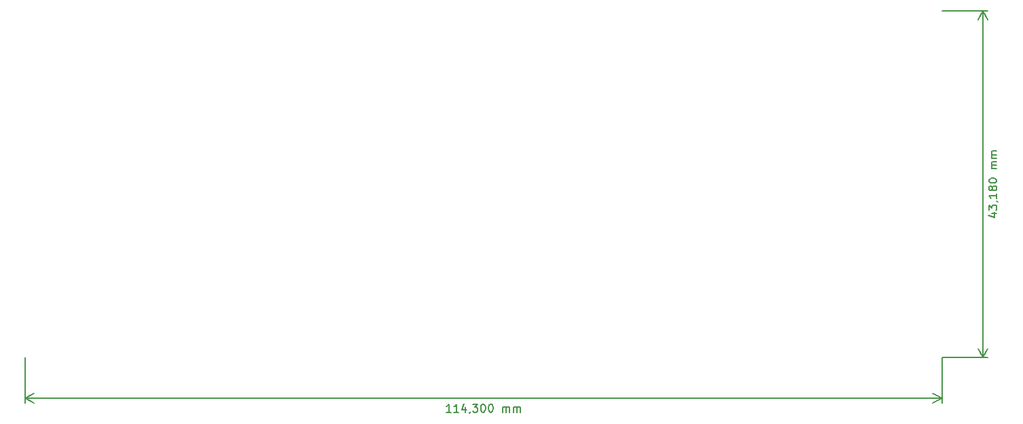
<source format=gbr>
G04 #@! TF.GenerationSoftware,KiCad,Pcbnew,5.1.4-3.fc30*
G04 #@! TF.CreationDate,2019-10-05T18:17:09+02:00*
G04 #@! TF.ProjectId,high_power_sym_supply,68696768-5f70-46f7-9765-725f73796d5f,1.0*
G04 #@! TF.SameCoordinates,Original*
G04 #@! TF.FileFunction,Drawing*
%FSLAX46Y46*%
G04 Gerber Fmt 4.6, Leading zero omitted, Abs format (unit mm)*
G04 Created by KiCad (PCBNEW 5.1.4-3.fc30) date 2019-10-05 18:17:09*
%MOMM*%
%LPD*%
G04 APERTURE LIST*
%ADD10C,0.150000*%
G04 APERTURE END LIST*
D10*
X194125714Y-93836666D02*
X194792380Y-93836666D01*
X193744761Y-94074761D02*
X194459047Y-94312857D01*
X194459047Y-93693809D01*
X193792380Y-93408095D02*
X193792380Y-92789047D01*
X194173333Y-93122380D01*
X194173333Y-92979523D01*
X194220952Y-92884285D01*
X194268571Y-92836666D01*
X194363809Y-92789047D01*
X194601904Y-92789047D01*
X194697142Y-92836666D01*
X194744761Y-92884285D01*
X194792380Y-92979523D01*
X194792380Y-93265238D01*
X194744761Y-93360476D01*
X194697142Y-93408095D01*
X194744761Y-92312857D02*
X194792380Y-92312857D01*
X194887619Y-92360476D01*
X194935238Y-92408095D01*
X194792380Y-91360476D02*
X194792380Y-91931904D01*
X194792380Y-91646190D02*
X193792380Y-91646190D01*
X193935238Y-91741428D01*
X194030476Y-91836666D01*
X194078095Y-91931904D01*
X194220952Y-90789047D02*
X194173333Y-90884285D01*
X194125714Y-90931904D01*
X194030476Y-90979523D01*
X193982857Y-90979523D01*
X193887619Y-90931904D01*
X193840000Y-90884285D01*
X193792380Y-90789047D01*
X193792380Y-90598571D01*
X193840000Y-90503333D01*
X193887619Y-90455714D01*
X193982857Y-90408095D01*
X194030476Y-90408095D01*
X194125714Y-90455714D01*
X194173333Y-90503333D01*
X194220952Y-90598571D01*
X194220952Y-90789047D01*
X194268571Y-90884285D01*
X194316190Y-90931904D01*
X194411428Y-90979523D01*
X194601904Y-90979523D01*
X194697142Y-90931904D01*
X194744761Y-90884285D01*
X194792380Y-90789047D01*
X194792380Y-90598571D01*
X194744761Y-90503333D01*
X194697142Y-90455714D01*
X194601904Y-90408095D01*
X194411428Y-90408095D01*
X194316190Y-90455714D01*
X194268571Y-90503333D01*
X194220952Y-90598571D01*
X193792380Y-89789047D02*
X193792380Y-89693809D01*
X193840000Y-89598571D01*
X193887619Y-89550952D01*
X193982857Y-89503333D01*
X194173333Y-89455714D01*
X194411428Y-89455714D01*
X194601904Y-89503333D01*
X194697142Y-89550952D01*
X194744761Y-89598571D01*
X194792380Y-89693809D01*
X194792380Y-89789047D01*
X194744761Y-89884285D01*
X194697142Y-89931904D01*
X194601904Y-89979523D01*
X194411428Y-90027142D01*
X194173333Y-90027142D01*
X193982857Y-89979523D01*
X193887619Y-89931904D01*
X193840000Y-89884285D01*
X193792380Y-89789047D01*
X194792380Y-88265238D02*
X194125714Y-88265238D01*
X194220952Y-88265238D02*
X194173333Y-88217619D01*
X194125714Y-88122380D01*
X194125714Y-87979523D01*
X194173333Y-87884285D01*
X194268571Y-87836666D01*
X194792380Y-87836666D01*
X194268571Y-87836666D02*
X194173333Y-87789047D01*
X194125714Y-87693809D01*
X194125714Y-87550952D01*
X194173333Y-87455714D01*
X194268571Y-87408095D01*
X194792380Y-87408095D01*
X194792380Y-86931904D02*
X194125714Y-86931904D01*
X194220952Y-86931904D02*
X194173333Y-86884285D01*
X194125714Y-86789047D01*
X194125714Y-86646190D01*
X194173333Y-86550952D01*
X194268571Y-86503333D01*
X194792380Y-86503333D01*
X194268571Y-86503333D02*
X194173333Y-86455714D01*
X194125714Y-86360476D01*
X194125714Y-86217619D01*
X194173333Y-86122380D01*
X194268571Y-86074761D01*
X194792380Y-86074761D01*
X193040000Y-111760000D02*
X193040000Y-68580000D01*
X187960000Y-111760000D02*
X193626421Y-111760000D01*
X187960000Y-68580000D02*
X193626421Y-68580000D01*
X193040000Y-68580000D02*
X193626421Y-69706504D01*
X193040000Y-68580000D02*
X192453579Y-69706504D01*
X193040000Y-111760000D02*
X193626421Y-110633496D01*
X193040000Y-111760000D02*
X192453579Y-110633496D01*
X126762380Y-118592380D02*
X126190952Y-118592380D01*
X126476666Y-118592380D02*
X126476666Y-117592380D01*
X126381428Y-117735238D01*
X126286190Y-117830476D01*
X126190952Y-117878095D01*
X127714761Y-118592380D02*
X127143333Y-118592380D01*
X127429047Y-118592380D02*
X127429047Y-117592380D01*
X127333809Y-117735238D01*
X127238571Y-117830476D01*
X127143333Y-117878095D01*
X128571904Y-117925714D02*
X128571904Y-118592380D01*
X128333809Y-117544761D02*
X128095714Y-118259047D01*
X128714761Y-118259047D01*
X129143333Y-118544761D02*
X129143333Y-118592380D01*
X129095714Y-118687619D01*
X129048095Y-118735238D01*
X129476666Y-117592380D02*
X130095714Y-117592380D01*
X129762380Y-117973333D01*
X129905238Y-117973333D01*
X130000476Y-118020952D01*
X130048095Y-118068571D01*
X130095714Y-118163809D01*
X130095714Y-118401904D01*
X130048095Y-118497142D01*
X130000476Y-118544761D01*
X129905238Y-118592380D01*
X129619523Y-118592380D01*
X129524285Y-118544761D01*
X129476666Y-118497142D01*
X130714761Y-117592380D02*
X130810000Y-117592380D01*
X130905238Y-117640000D01*
X130952857Y-117687619D01*
X131000476Y-117782857D01*
X131048095Y-117973333D01*
X131048095Y-118211428D01*
X131000476Y-118401904D01*
X130952857Y-118497142D01*
X130905238Y-118544761D01*
X130810000Y-118592380D01*
X130714761Y-118592380D01*
X130619523Y-118544761D01*
X130571904Y-118497142D01*
X130524285Y-118401904D01*
X130476666Y-118211428D01*
X130476666Y-117973333D01*
X130524285Y-117782857D01*
X130571904Y-117687619D01*
X130619523Y-117640000D01*
X130714761Y-117592380D01*
X131667142Y-117592380D02*
X131762380Y-117592380D01*
X131857619Y-117640000D01*
X131905238Y-117687619D01*
X131952857Y-117782857D01*
X132000476Y-117973333D01*
X132000476Y-118211428D01*
X131952857Y-118401904D01*
X131905238Y-118497142D01*
X131857619Y-118544761D01*
X131762380Y-118592380D01*
X131667142Y-118592380D01*
X131571904Y-118544761D01*
X131524285Y-118497142D01*
X131476666Y-118401904D01*
X131429047Y-118211428D01*
X131429047Y-117973333D01*
X131476666Y-117782857D01*
X131524285Y-117687619D01*
X131571904Y-117640000D01*
X131667142Y-117592380D01*
X133190952Y-118592380D02*
X133190952Y-117925714D01*
X133190952Y-118020952D02*
X133238571Y-117973333D01*
X133333809Y-117925714D01*
X133476666Y-117925714D01*
X133571904Y-117973333D01*
X133619523Y-118068571D01*
X133619523Y-118592380D01*
X133619523Y-118068571D02*
X133667142Y-117973333D01*
X133762380Y-117925714D01*
X133905238Y-117925714D01*
X134000476Y-117973333D01*
X134048095Y-118068571D01*
X134048095Y-118592380D01*
X134524285Y-118592380D02*
X134524285Y-117925714D01*
X134524285Y-118020952D02*
X134571904Y-117973333D01*
X134667142Y-117925714D01*
X134810000Y-117925714D01*
X134905238Y-117973333D01*
X134952857Y-118068571D01*
X134952857Y-118592380D01*
X134952857Y-118068571D02*
X135000476Y-117973333D01*
X135095714Y-117925714D01*
X135238571Y-117925714D01*
X135333809Y-117973333D01*
X135381428Y-118068571D01*
X135381428Y-118592380D01*
X73660000Y-116840000D02*
X187960000Y-116840000D01*
X73660000Y-111760000D02*
X73660000Y-117426421D01*
X187960000Y-111760000D02*
X187960000Y-117426421D01*
X187960000Y-116840000D02*
X186833496Y-117426421D01*
X187960000Y-116840000D02*
X186833496Y-116253579D01*
X73660000Y-116840000D02*
X74786504Y-117426421D01*
X73660000Y-116840000D02*
X74786504Y-116253579D01*
M02*

</source>
